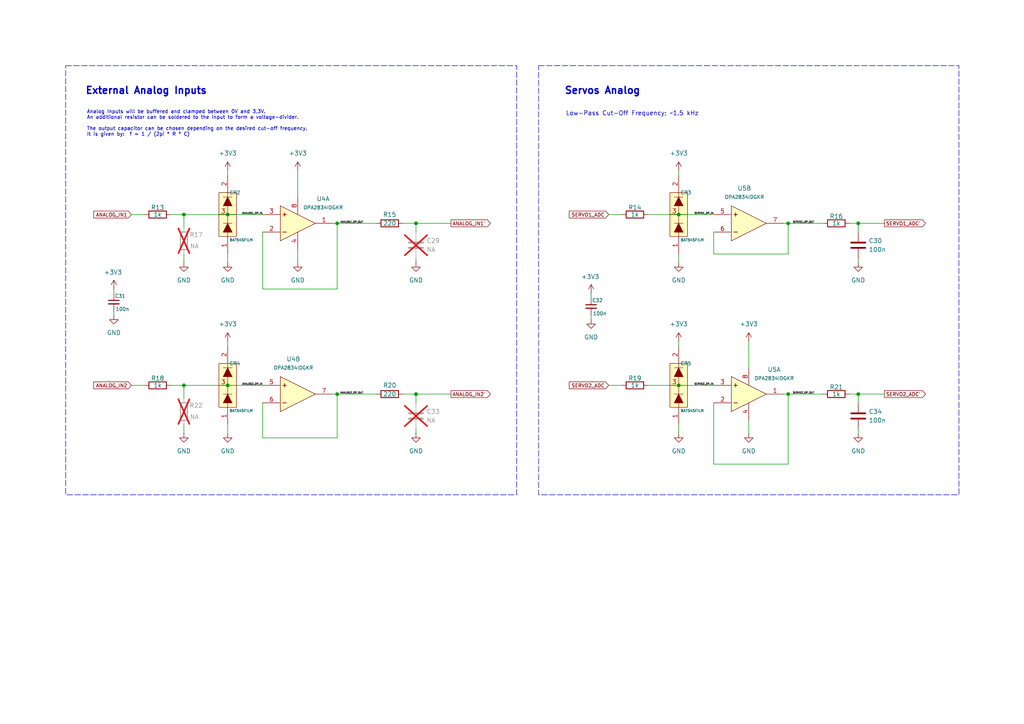
<source format=kicad_sch>
(kicad_sch (version 20250114) (generator "eeschema") (generator_version "9.0")
  (paper "A4")
  (title_block (title "LARS Hardware Interface") (date "2025-03-04") (rev "v1.0") (company "CAuDri e.V.") (comment 1 "Source: https://ohwr.org/cern_ohl_w_v2.txt") (comment 2 "A copy of the license is included in the LICENSE file.") (comment 3 "Redistribution and modifications must comply with CERN-OHL-W v2.") (comment 4 "This design is licensed under CERN Open Hardware Licence Version 2."))
  (lib_symbols
    (symbol "LARS_Hardware_Interface:BAT54SFILM" (pin_names (offset 0.254))
      (property "Reference" "CR" (at 14.732 1.524 0))
      (property "Value" "BAT54SFILM" (at 19.304 -12.192 0))
      (symbol "BAT54SFILM_0_1"
        (polyline (pts (xy 10.16 -5.08) (xy 15.24 -5.08)) (stroke (width 0.127)))
        (polyline (pts (xy 11.43 0) (xy 13.97 0)) (stroke (width 0.127)))
        (polyline (pts (xy 11.43 0) (xy 13.97 0) (xy 12.7 -2.54)) (fill (type outline)))
        (polyline (pts (xy 11.43 -2.54) (xy 13.97 -2.54)) (stroke (width 0.127)))
        (polyline (pts (xy 11.43 -7.62) (xy 12.7 -10.16)) (stroke (width 0.127)))
        (polyline (pts (xy 11.43 -7.62) (xy 13.97 -7.62)) (stroke (width 0.127)))
        (polyline (pts (xy 11.43 -7.62) (xy 13.97 -7.62) (xy 12.7 -10.16)) (fill (type outline)))
        (polyline (pts (xy 11.43 -10.16) (xy 13.97 -10.16)) (stroke (width 0.127)))
        (polyline (pts (xy 12.7 1.27) (xy 12.7 -11.43)) (stroke (width 0.127)))
        (polyline (pts (xy 12.7 -2.54) (xy 11.43 0)) (stroke (width 0.127)))
        (polyline (pts (xy 12.7 -2.54) (xy 13.97 0)) (stroke (width 0.127)))
        (polyline (pts (xy 12.7 -10.16) (xy 13.97 -7.62)) (stroke (width 0.127)))
      )
      (symbol "BAT54SFILM_1_1"
        (rectangle (start 10.16 1.27) (end 15.24 -11.43) (fill (type background)))
        (pin passive line (at 12.7 6.35 270) (length 5.08) (name "1") (number "1"))
        (pin passive line (at 12.7 -5.08 0) (length 2.54) (name "3") (number "3"))
        (pin passive line (at 12.7 -16.51 90) (length 5.08) (name "2") (number "2"))
      )
    )
    (symbol "LARS_Hardware_Interface:C" (pin_numbers (hide yes)) (pin_names (offset 0.254))
      (property "Reference" "C" (at 0.635 2.54 0))
      (property "Value" "C" (at 0.635 -2.54 0))
      (symbol "C_0_1"
        (polyline (pts (xy -2.032 0.762) (xy 2.032 0.762)) (stroke (width 0.508)))
        (polyline (pts (xy -2.032 -0.762) (xy 2.032 -0.762)) (stroke (width 0.508)))
      )
      (symbol "C_1_1"
        (pin passive line (at 0 3.81 270) (length 2.794) (name "~") (number "1"))
        (pin passive line (at 0 -3.81 90) (length 2.794) (name "~") (number "2"))
      )
    )
    (symbol "LARS_Hardware_Interface:C_Small" (pin_numbers (hide yes)) (pin_names (offset 0.254) (hide yes))
      (property "Reference" "C" (at 0.254 1.778 0))
      (property "Value" "C_Small" (at 0.254 -2.032 0))
      (symbol "C_Small_0_1"
        (polyline (pts (xy -1.524 0.508) (xy 1.524 0.508)) (stroke (width 0.3048)))
        (polyline (pts (xy -1.524 -0.508) (xy 1.524 -0.508)) (stroke (width 0.3302)))
      )
      (symbol "C_Small_1_1"
        (pin passive line (at 0 2.54 270) (length 2.032) (name "~") (number "1"))
        (pin passive line (at 0 -2.54 90) (length 2.032) (name "~") (number "2"))
      )
    )
    (symbol "LARS_Hardware_Interface:OPA2834IDGKR" (pin_names (offset 0.254))
      (property "Reference" "U" (at 5.08 4.826 0))
      (property "Value" "OPA2834IDGKR" (at 3.048 -9.652 0))
      (symbol "OPA2834IDGKR_1_1"
        (polyline (pts (xy 6.35 -0.508) (xy 6.35 0.508)) (stroke (width 0.2032)))
        (polyline (pts (xy 6.858 0) (xy 5.842 0)) (stroke (width 0.2032)))
        (polyline (pts (xy 6.858 -5.08) (xy 5.842 -5.08)) (stroke (width 0.2032)))
        (polyline (pts (xy 15.24 -2.54) (xy 5.08 -7.62) (xy 5.08 2.54) (xy 15.24 -2.54)) (fill (type background)))
        (pin input line (at 0 0 0) (length 5.08) (name "VIN1+") (number "3"))
        (pin input line (at 0 -5.08 0) (length 5.08) (name "VIN1-") (number "2"))
        (pin power_in line (at 10.16 5.08 270) (length 5.08) (name "VS+") (number "8"))
        (pin power_in line (at 10.16 -10.16 90) (length 5.08) (name "VS-") (number "4"))
        (pin output line (at 20.32 -2.54 180) (length 5.08) (name "VOUT1") (number "1"))
      )
      (symbol "OPA2834IDGKR_2_1"
        (polyline (pts (xy 6.35 -0.508) (xy 6.35 0.508)) (stroke (width 0.2032)))
        (polyline (pts (xy 6.858 0) (xy 5.842 0)) (stroke (width 0.2032)))
        (polyline (pts (xy 6.858 -5.08) (xy 5.842 -5.08)) (stroke (width 0.2032)))
        (polyline (pts (xy 15.24 -2.54) (xy 5.08 -7.62) (xy 5.08 2.54) (xy 15.24 -2.54)) (fill (type background)))
        (pin input line (at 0 0 0) (length 5.08) (name "VIN2+") (number "5"))
        (pin input line (at 0 -5.08 0) (length 5.08) (name "VIN2-") (number "6"))
        (pin output line (at 20.32 -2.54 180) (length 5.08) (name "VOUT2") (number "7"))
      )
    )
    (symbol "LARS_Hardware_Interface:R" (pin_numbers (hide yes)) (pin_names (offset 0))
      (property "Reference" "R" (at 2.032 0 90))
      (property "Value" "R" (at 0 0 90))
      (symbol "R_0_1"
        (rectangle (start -1.016 -2.54) (end 1.016 2.54) (stroke (width 0.254)))
      )
      (symbol "R_1_1"
        (pin passive line (at 0 3.81 270) (length 1.27) (name "~") (number "1"))
        (pin passive line (at 0 -3.81 90) (length 1.27) (name "~") (number "2"))
      )
    )
    (symbol "power:+3.3V" (power) (pin_numbers (hide yes)) (pin_names (offset 0) (hide yes))
      (property "Value" "+3.3V" (at 0 3.556 0))
      (symbol "+3.3V_0_1"
        (polyline (pts (xy -0.762 1.27) (xy 0 2.54)))
        (polyline (pts (xy 0 2.54) (xy 0.762 1.27)))
        (polyline (pts (xy 0 0) (xy 0 2.54)))
      )
      (symbol "+3.3V_1_1"
        (pin power_in line (at 0 0 90) (length 0) (name "~") (number "1"))
      )
    )
    (symbol "power:GND" (power) (pin_numbers (hide yes)) (pin_names (offset 0) (hide yes))
      (property "Value" "GND" (at 0 -3.81 0))
      (symbol "GND_0_1"
        (polyline (pts (xy 0 0) (xy 0 -1.27) (xy 1.27 -1.27) (xy 0 -2.54) (xy -1.27 -1.27) (xy 0 -1.27)))
      )
      (symbol "GND_1_1"
        (pin power_in line (at 0 0 270) (length 0) (name "~") (number "1"))
      )
    )
  )
  (rectangle (start 19.05 19.05) (end 149.86 143.51) (stroke (width 0) (type dash)))
  (rectangle (start 156.21 19.05) (end 278.13 143.51) (stroke (width 0) (type dash)))
  (text "Servos Analog\n" (at 174.752 26.416 0) (effects (font (size 2.032 2.032) (thickness 0.4064) (bold yes))))
  (text "Low-Pass Cut-Off Frequency; ~1.5 kHz" (at 183.388 33.02 0) (effects (font (size 1.27 1.27))))
  (text "External Analog Inputs\n" (at 42.418 26.416 0) (effects (font (size 2.032 2.032) (thickness 0.4064) (bold yes))))
  (text "Analog Inputs will be buffered and clamped between 0V and 3.3V.\nAn additional resistor can be soldered to the input to form a voltage-divider.\n\nThe output capacitor can be chosen depending on the desired cut-off frequency.\nIt is given by:  f = 1 / (2pi * R * C)\n" (at 25.146 35.814 0) (effects (font (size 1.016 1.016)) (justify left)))
  (junction (at 196.85 111.76))
  (junction (at 248.92 64.77))
  (junction (at 66.04 62.23))
  (junction (at 228.6 114.3))
  (junction (at 53.34 62.23))
  (junction (at 196.85 62.23))
  (junction (at 97.79 114.3))
  (junction (at 97.79 64.77))
  (junction (at 248.92 114.3))
  (junction (at 228.6 64.77))
  (junction (at 53.34 111.76))
  (junction (at 120.65 114.3))
  (junction (at 66.04 111.76))
  (junction (at 120.65 64.77))
  (wire (pts (xy 76.2 83.82) (xy 97.79 83.82)))
  (wire (pts (xy 217.17 125.73) (xy 217.17 121.92)))
  (wire (pts (xy 248.92 74.93) (xy 248.92 76.2)))
  (wire (pts (xy 228.6 64.77) (xy 228.6 73.66)))
  (wire (pts (xy 53.34 73.66) (xy 53.34 76.2)))
  (wire (pts (xy 196.85 99.06) (xy 196.85 100.33)))
  (wire (pts (xy 66.04 62.23) (xy 76.2 62.23)))
  (wire (pts (xy 228.6 64.77) (xy 238.76 64.77)))
  (wire (pts (xy 187.96 62.23) (xy 196.85 62.23)))
  (wire (pts (xy 207.01 134.62) (xy 228.6 134.62)))
  (wire (pts (xy 248.92 124.46) (xy 248.92 125.73)))
  (wire (pts (xy 49.53 62.23) (xy 53.34 62.23)))
  (wire (pts (xy 120.65 64.77) (xy 116.84 64.77)))
  (wire (pts (xy 176.53 62.23) (xy 180.34 62.23)))
  (wire (pts (xy 187.96 111.76) (xy 196.85 111.76)))
  (wire (pts (xy 196.85 62.23) (xy 207.01 62.23)))
  (wire (pts (xy 120.65 124.46) (xy 120.65 125.73)))
  (wire (pts (xy 66.04 49.53) (xy 66.04 50.8)))
  (wire (pts (xy 120.65 114.3) (xy 120.65 116.84)))
  (wire (pts (xy 171.45 85.09) (xy 171.45 86.36)))
  (wire (pts (xy 76.2 127) (xy 97.79 127)))
  (wire (pts (xy 248.92 114.3) (xy 248.92 116.84)))
  (wire (pts (xy 120.65 114.3) (xy 116.84 114.3)))
  (wire (pts (xy 66.04 111.76) (xy 76.2 111.76)))
  (wire (pts (xy 217.17 99.06) (xy 217.17 106.68)))
  (wire (pts (xy 207.01 73.66) (xy 228.6 73.66)))
  (wire (pts (xy 120.65 64.77) (xy 130.81 64.77)))
  (wire (pts (xy 76.2 67.31) (xy 76.2 83.82)))
  (wire (pts (xy 66.04 99.06) (xy 66.04 100.33)))
  (wire (pts (xy 97.79 64.77) (xy 109.22 64.77)))
  (wire (pts (xy 53.34 111.76) (xy 66.04 111.76)))
  (wire (pts (xy 76.2 116.84) (xy 76.2 127)))
  (wire (pts (xy 86.36 49.53) (xy 86.36 57.15)))
  (wire (pts (xy 120.65 114.3) (xy 130.81 114.3)))
  (wire (pts (xy 248.92 64.77) (xy 256.54 64.77)))
  (wire (pts (xy 53.34 111.76) (xy 53.34 115.57)))
  (wire (pts (xy 120.65 74.93) (xy 120.65 76.2)))
  (wire (pts (xy 176.53 111.76) (xy 180.34 111.76)))
  (wire (pts (xy 248.92 114.3) (xy 256.54 114.3)))
  (wire (pts (xy 248.92 64.77) (xy 246.38 64.77)))
  (wire (pts (xy 33.02 90.17) (xy 33.02 91.44)))
  (wire (pts (xy 38.1 62.23) (xy 41.91 62.23)))
  (wire (pts (xy 53.34 123.19) (xy 53.34 125.73)))
  (wire (pts (xy 207.01 67.31) (xy 207.01 73.66)))
  (wire (pts (xy 96.52 64.77) (xy 97.79 64.77)))
  (wire (pts (xy 228.6 114.3) (xy 228.6 134.62)))
  (wire (pts (xy 49.53 111.76) (xy 53.34 111.76)))
  (wire (pts (xy 66.04 73.66) (xy 66.04 76.2)))
  (wire (pts (xy 196.85 123.19) (xy 196.85 125.73)))
  (wire (pts (xy 248.92 64.77) (xy 248.92 67.31)))
  (wire (pts (xy 86.36 76.2) (xy 86.36 72.39)))
  (wire (pts (xy 196.85 73.66) (xy 196.85 76.2)))
  (wire (pts (xy 53.34 62.23) (xy 66.04 62.23)))
  (wire (pts (xy 228.6 114.3) (xy 238.76 114.3)))
  (wire (pts (xy 248.92 114.3) (xy 246.38 114.3)))
  (wire (pts (xy 171.45 91.44) (xy 171.45 92.71)))
  (wire (pts (xy 96.52 114.3) (xy 97.79 114.3)))
  (wire (pts (xy 227.33 64.77) (xy 228.6 64.77)))
  (wire (pts (xy 97.79 64.77) (xy 97.79 83.82)))
  (wire (pts (xy 228.6 114.3) (xy 227.33 114.3)))
  (wire (pts (xy 97.79 114.3) (xy 97.79 127)))
  (wire (pts (xy 33.02 83.82) (xy 33.02 85.09)))
  (wire (pts (xy 207.01 116.84) (xy 207.01 134.62)))
  (wire (pts (xy 66.04 123.19) (xy 66.04 125.73)))
  (wire (pts (xy 196.85 49.53) (xy 196.85 50.8)))
  (wire (pts (xy 97.79 114.3) (xy 109.22 114.3)))
  (wire (pts (xy 196.85 111.76) (xy 207.01 111.76)))
  (wire (pts (xy 38.1 111.76) (xy 41.91 111.76)))
  (wire (pts (xy 53.34 62.23) (xy 53.34 66.04)))
  (wire (pts (xy 120.65 64.77) (xy 120.65 67.31)))
  (label "SERVO1_OP_IN" (at 207.01 62.23 180) (effects (font (size 0.508 0.508))))
  (label "SERVO2_OP_IN" (at 207.01 111.76 180) (effects (font (size 0.508 0.508))))
  (label "ANALOG1_OP_OUT" (at 105.41 64.77 180) (effects (font (size 0.508 0.508))))
  (label "ANALOG1_OP_IN" (at 76.2 62.23 180) (effects (font (size 0.508 0.508))))
  (label "SERVO2_OP_OUT" (at 236.22 114.3 180) (effects (font (size 0.508 0.508))))
  (label "ANALOG2_OP_OUT" (at 105.41 114.3 180) (effects (font (size 0.508 0.508))))
  (label "SERVO1_OP_OUT" (at 236.22 64.77 180) (effects (font (size 0.508 0.508))))
  (label "ANALOG2_OP_IN" (at 76.2 111.76 180) (effects (font (size 0.508 0.508))))
  (global_label "ANALOG_IN2'" (shape output) (at 130.81 114.3 0) (effects (font (size 1.016 1.016))) (property "Intersheetrefs" "${INTERSHEET_REFS}" (effects (hide yes))))
  (global_label "ANALOG_IN1'" (shape output) (at 130.81 64.77 0) (effects (font (size 1.016 1.016))) (property "Intersheetrefs" "${INTERSHEET_REFS}" (effects (hide yes))))
  (global_label "SERVO1_ADC" (shape input) (at 176.53 62.23 180) (effects (font (size 1.016 1.016))) (property "Intersheetrefs" "${INTERSHEET_REFS}" (effects (hide yes))))
  (global_label "SERVO1_ADC'" (shape output) (at 256.54 64.77 0) (effects (font (size 1.016 1.016))) (property "Intersheetrefs" "${INTERSHEET_REFS}" (effects (hide yes))))
  (global_label "ANALOG_IN2" (shape input) (at 38.1 111.76 180) (effects (font (size 1.016 1.016))) (property "Intersheetrefs" "${INTERSHEET_REFS}" (effects (hide yes))))
  (global_label "SERVO2_ADC'" (shape output) (at 256.54 114.3 0) (effects (font (size 1.016 1.016))) (property "Intersheetrefs" "${INTERSHEET_REFS}" (effects (hide yes))))
  (global_label "ANALOG_IN1" (shape input) (at 38.1 62.23 180) (effects (font (size 1.016 1.016))) (property "Intersheetrefs" "${INTERSHEET_REFS}" (effects (hide yes))))
  (global_label "SERVO2_ADC" (shape input) (at 176.53 111.76 180) (effects (font (size 1.016 1.016))) (property "Intersheetrefs" "${INTERSHEET_REFS}" (effects (hide yes))))
  (symbol (lib_id "power:GND") (at 196.85 76.2 0) (unit 1)
    (property "Reference" "#PWR055" (effects (hide yes)))
    (property "Value" "GND" (at 196.85 81.28 0))
    (property "Description" "Power symbol creates a global label with name \"GND\" , ground" (effects (hide yes)))
  )
  (symbol (lib_id "LARS_Hardware_Interface:R") (at 45.72 62.23 90) (unit 1)
    (property "Reference" "R13" (at 45.72 60.198 90))
    (property "Value" "1k" (at 45.72 62.23 90))
    (property "Footprint" "LARS_Hardware_Interface:R_0805_2012Metric" (effects (hide yes)))
    (property "Description" "Resistor" (effects (hide yes)))
  )
  (symbol (lib_id "LARS_Hardware_Interface:OPA2834IDGKR") (at 207.01 62.23 0) (unit 2)
    (property "Reference" "U5" (at 215.9 54.61 0))
    (property "Value" "OPA2834IDGKR" (at 215.9 57.15 0) (effects (font (size 1.016 1.016))))
    (property "Footprint" "LARS_Hardware_Interface:OPA2834IDGKR" (effects (hide yes)))
    (property "Datasheet" "OPA2834IDGKR" (effects (hide yes)))
    (property "Description" "Operational Amplifier, Dual, Rail-to-Rail, 5V, 50MHz" (effects (hide yes)))
  )
  (symbol (lib_id "LARS_Hardware_Interface:R") (at 45.72 111.76 90) (unit 1)
    (property "Reference" "R18" (at 45.72 109.728 90))
    (property "Value" "1k" (at 45.72 111.76 90))
    (property "Footprint" "LARS_Hardware_Interface:R_0805_2012Metric" (effects (hide yes)))
    (property "Description" "Resistor" (effects (hide yes)))
  )
  (symbol (lib_id "LARS_Hardware_Interface:R") (at 184.15 62.23 90) (unit 1)
    (property "Reference" "R14" (at 184.15 60.198 90))
    (property "Value" "1k" (at 184.15 62.23 90))
    (property "Footprint" "LARS_Hardware_Interface:R_0805_2012Metric" (effects (hide yes)))
    (property "Description" "Resistor" (effects (hide yes)))
  )
  (symbol (lib_id "LARS_Hardware_Interface:R") (at 53.34 119.38 0) (unit 1) (dnp yes)
    (property "Reference" "R22" (at 56.896 117.602 0))
    (property "Value" "NA" (at 56.388 120.904 0))
    (property "Footprint" "LARS_Hardware_Interface:R_0805_2012Metric_Pad1.20x1.40mm_HandSolder" (effects (hide yes)))
    (property "Description" "Resistor" (effects (hide yes)))
  )
  (symbol (lib_id "LARS_Hardware_Interface:C_Small") (at 171.45 88.9 0) (unit 1)
    (property "Reference" "C32" (at 171.704 87.122 0) (effects (font (size 1.016 1.016)) (justify left)))
    (property "Value" "100n" (at 171.958 90.932 0) (effects (font (size 1.016 1.016)) (justify left)))
    (property "Footprint" "LARS_Hardware_Interface:C_0805_2012Metric" (effects (hide yes)))
    (property "Description" "Unpolarized capacitor, small symbol" (effects (hide yes)))
  )
  (symbol (lib_id "LARS_Hardware_Interface:R") (at 113.03 114.3 90) (unit 1)
    (property "Reference" "R20" (at 113.03 111.76 90))
    (property "Value" "220" (at 113.03 114.3 90))
    (property "Footprint" "LARS_Hardware_Interface:R_0805_2012Metric" (effects (hide yes)))
    (property "Description" "Resistor" (effects (hide yes)))
  )
  (symbol (lib_id "power:GND") (at 248.92 125.73 0) (unit 1)
    (property "Reference" "#PWR068" (effects (hide yes)))
    (property "Value" "GND" (at 248.92 130.81 0))
    (property "Description" "Power symbol creates a global label with name \"GND\" , ground" (effects (hide yes)))
  )
  (symbol (lib_id "power:+3.3V") (at 86.36 49.53 0) (unit 1)
    (property "Reference" "#PWR048" (effects (hide yes)))
    (property "Value" "+3V3" (at 86.36 44.45 0))
    (property "Description" "Power symbol creates a global label with name \"+3.3V\"" (effects (hide yes)))
  )
  (symbol (lib_id "power:GND") (at 196.85 125.73 0) (unit 1)
    (property "Reference" "#PWR067" (effects (hide yes)))
    (property "Value" "GND" (at 196.85 130.81 0))
    (property "Description" "Power symbol creates a global label with name \"GND\" , ground" (effects (hide yes)))
  )
  (symbol (lib_id "LARS_Hardware_Interface:R") (at 184.15 111.76 90) (unit 1)
    (property "Reference" "R19" (at 184.15 109.728 90))
    (property "Value" "1k" (at 184.15 111.76 90))
    (property "Footprint" "LARS_Hardware_Interface:R_0805_2012Metric" (effects (hide yes)))
    (property "Description" "Resistor" (effects (hide yes)))
  )
  (symbol (lib_id "power:+3.3V") (at 171.45 85.09 0) (unit 1)
    (property "Reference" "#PWR059" (effects (hide yes)))
    (property "Value" "+3V3" (at 171.196 80.264 0))
    (property "Description" "Power symbol creates a global label with name \"+3.3V\"" (effects (hide yes)))
  )
  (symbol (lib_id "power:GND") (at 53.34 125.73 0) (unit 1)
    (property "Reference" "#PWR064" (effects (hide yes)))
    (property "Value" "GND" (at 53.34 130.81 0))
    (property "Description" "Power symbol creates a global label with name \"GND\" , ground" (effects (hide yes)))
  )
  (symbol (lib_id "power:+3.3V") (at 66.04 99.06 0) (unit 1)
    (property "Reference" "#PWR062" (effects (hide yes)))
    (property "Value" "+3V3" (at 66.04 93.98 0))
    (property "Description" "Power symbol creates a global label with name \"+3.3V\"" (effects (hide yes)))
  )
  (symbol (lib_id "LARS_Hardware_Interface:OPA2834IDGKR") (at 76.2 62.23 0) (unit 1)
    (property "Reference" "U4" (at 93.726 57.658 0))
    (property "Value" "OPA2834IDGKR" (at 93.726 60.198 0) (effects (font (size 1.016 1.016))))
    (property "Footprint" "LARS_Hardware_Interface:OPA2834IDGKR" (effects (hide yes)))
    (property "Datasheet" "OPA2834IDGKR" (effects (hide yes)))
    (property "Description" "Operational Amplifier, Dual, Rail-to-Rail, 5V, 50MHz" (effects (hide yes)))
  )
  (symbol (lib_id "power:GND") (at 120.65 125.73 0) (unit 1)
    (property "Reference" "#PWR066" (effects (hide yes)))
    (property "Value" "GND" (at 120.65 130.81 0))
    (property "Description" "Power symbol creates a global label with name \"GND\" , ground" (effects (hide yes)))
  )
  (symbol (lib_id "LARS_Hardware_Interface:BAT54SFILM") (at 78.74 67.31 180) (unit 1)
    (property "Reference" "CR2" (at 66.548 55.88 0) (effects (font (size 1.016 1.016)) (justify right)))
    (property "Value" "BAT54SFILM" (at 66.548 69.596 0) (effects (font (size 0.762 0.762)) (justify right)))
    (property "Footprint" "LARS_Hardware_Interface:BAT54SFILM" (effects (hide yes)))
    (property "Datasheet" "BAT54SFILM" (effects (hide yes)))
    (property "Description" "Schottky Diode Array" (effects (hide yes)))
  )
  (symbol (lib_id "LARS_Hardware_Interface:R") (at 242.57 64.77 90) (unit 1)
    (property "Reference" "R16" (at 242.57 62.738 90))
    (property "Value" "1k" (at 242.57 64.77 90))
    (property "Footprint" "LARS_Hardware_Interface:R_0805_2012Metric" (effects (hide yes)))
    (property "Description" "Resistor" (effects (hide yes)))
  )
  (symbol (lib_id "power:+3.3V") (at 66.04 49.53 0) (unit 1)
    (property "Reference" "#PWR047" (effects (hide yes)))
    (property "Value" "+3V3" (at 66.04 44.45 0))
    (property "Description" "Power symbol creates a global label with name \"+3.3V\"" (effects (hide yes)))
  )
  (symbol (lib_id "LARS_Hardware_Interface:OPA2834IDGKR") (at 76.2 111.76 0) (unit 2)
    (property "Reference" "U4" (at 85.09 104.14 0))
    (property "Value" "OPA2834IDGKR" (at 85.09 106.68 0) (effects (font (size 1.016 1.016))))
    (property "Footprint" "LARS_Hardware_Interface:OPA2834IDGKR" (effects (hide yes)))
    (property "Datasheet" "OPA2834IDGKR" (effects (hide yes)))
    (property "Description" "Operational Amplifier, Dual, Rail-to-Rail, 5V, 50MHz" (effects (hide yes)))
  )
  (symbol (lib_id "power:GND") (at 171.45 92.71 0) (unit 1)
    (property "Reference" "#PWR061" (effects (hide yes)))
    (property "Value" "GND" (at 171.45 97.79 0))
    (property "Description" "Power symbol creates a global label with name \"GND\" , ground" (effects (hide yes)))
  )
  (symbol (lib_id "LARS_Hardware_Interface:C") (at 248.92 120.65 0) (unit 1)
    (property "Reference" "C34" (at 251.968 119.38 0) (effects (justify left)))
    (property "Value" "100n" (at 251.968 121.92 0) (effects (justify left)))
    (property "Footprint" "LARS_Hardware_Interface:C_0805_2012Metric" (effects (hide yes)))
    (property "Description" "Unpolarized capacitor" (effects (hide yes)))
  )
  (symbol (lib_id "LARS_Hardware_Interface:BAT54SFILM") (at 209.55 116.84 180) (unit 1)
    (property "Reference" "CR5" (at 197.358 105.41 0) (effects (font (size 1.016 1.016)) (justify right)))
    (property "Value" "BAT54SFILM" (at 197.358 119.126 0) (effects (font (size 0.762 0.762)) (justify right)))
    (property "Footprint" "LARS_Hardware_Interface:BAT54SFILM" (effects (hide yes)))
    (property "Datasheet" "BAT54SFILM" (effects (hide yes)))
    (property "Description" "Schottky Diode Array" (effects (hide yes)))
  )
  (symbol (lib_id "LARS_Hardware_Interface:C") (at 120.65 120.65 0) (unit 1) (dnp yes)
    (property "Reference" "C33" (at 123.698 119.38 0) (effects (justify left)))
    (property "Value" "NA" (at 123.698 121.92 0) (effects (justify left)))
    (property "Footprint" "LARS_Hardware_Interface:C_0805_2012Metric_Pad1.18x1.45mm_HandSolder" (effects (hide yes)))
    (property "Description" "Unpolarized capacitor" (effects (hide yes)))
  )
  (symbol (lib_id "LARS_Hardware_Interface:BAT54SFILM") (at 78.74 116.84 180) (unit 1)
    (property "Reference" "CR4" (at 66.548 105.41 0) (effects (font (size 1.016 1.016)) (justify right)))
    (property "Value" "BAT54SFILM" (at 66.548 119.126 0) (effects (font (size 0.762 0.762)) (justify right)))
    (property "Footprint" "LARS_Hardware_Interface:BAT54SFILM" (effects (hide yes)))
    (property "Datasheet" "BAT54SFILM" (effects (hide yes)))
    (property "Description" "Schottky Diode Array" (effects (hide yes)))
  )
  (symbol (lib_id "power:GND") (at 248.92 76.2 0) (unit 1)
    (property "Reference" "#PWR057" (effects (hide yes)))
    (property "Value" "GND" (at 248.92 81.28 0))
    (property "Description" "Power symbol creates a global label with name \"GND\" , ground" (effects (hide yes)))
  )
  (symbol (lib_id "LARS_Hardware_Interface:C") (at 120.65 71.12 0) (unit 1) (dnp yes)
    (property "Reference" "C29" (at 123.698 69.85 0) (effects (justify left)))
    (property "Value" "NA" (at 123.698 72.39 0) (effects (justify left)))
    (property "Footprint" "LARS_Hardware_Interface:C_0805_2012Metric_Pad1.18x1.45mm_HandSolder" (effects (hide yes)))
    (property "Description" "Unpolarized capacitor" (effects (hide yes)))
  )
  (symbol (lib_id "power:+3.3V") (at 217.17 99.06 0) (unit 1)
    (property "Reference" "#PWR050" (effects (hide yes)))
    (property "Value" "+3V3" (at 217.17 93.98 0))
    (property "Description" "Power symbol creates a global label with name \"+3.3V\"" (effects (hide yes)))
  )
  (symbol (lib_id "power:GND") (at 120.65 76.2 0) (unit 1)
    (property "Reference" "#PWR054" (effects (hide yes)))
    (property "Value" "GND" (at 120.65 81.28 0))
    (property "Description" "Power symbol creates a global label with name \"GND\" , ground" (effects (hide yes)))
  )
  (symbol (lib_id "LARS_Hardware_Interface:C") (at 248.92 71.12 0) (unit 1)
    (property "Reference" "C30" (at 251.968 69.85 0) (effects (justify left)))
    (property "Value" "100n" (at 251.968 72.39 0) (effects (justify left)))
    (property "Footprint" "LARS_Hardware_Interface:C_0805_2012Metric" (effects (hide yes)))
    (property "Description" "Unpolarized capacitor" (effects (hide yes)))
  )
  (symbol (lib_id "power:GND") (at 66.04 125.73 0) (unit 1)
    (property "Reference" "#PWR065" (effects (hide yes)))
    (property "Value" "GND" (at 66.04 130.81 0))
    (property "Description" "Power symbol creates a global label with name \"GND\" , ground" (effects (hide yes)))
  )
  (symbol (lib_id "power:+3.3V") (at 196.85 99.06 0) (unit 1)
    (property "Reference" "#PWR063" (effects (hide yes)))
    (property "Value" "+3V3" (at 196.85 93.98 0))
    (property "Description" "Power symbol creates a global label with name \"+3.3V\"" (effects (hide yes)))
  )
  (symbol (lib_id "LARS_Hardware_Interface:R") (at 242.57 114.3 90) (unit 1)
    (property "Reference" "R21" (at 242.57 112.268 90))
    (property "Value" "1k" (at 242.57 114.3 90))
    (property "Footprint" "LARS_Hardware_Interface:R_0805_2012Metric" (effects (hide yes)))
    (property "Description" "Resistor" (effects (hide yes)))
  )
  (symbol (lib_id "power:GND") (at 86.36 76.2 0) (unit 1)
    (property "Reference" "#PWR053" (effects (hide yes)))
    (property "Value" "GND" (at 86.36 81.28 0))
    (property "Description" "Power symbol creates a global label with name \"GND\" , ground" (effects (hide yes)))
  )
  (symbol (lib_id "LARS_Hardware_Interface:C_Small") (at 33.02 87.63 0) (unit 1)
    (property "Reference" "C31" (at 33.274 85.852 0) (effects (font (size 1.016 1.016)) (justify left)))
    (property "Value" "100n" (at 33.528 89.662 0) (effects (font (size 1.016 1.016)) (justify left)))
    (property "Footprint" "LARS_Hardware_Interface:C_0805_2012Metric" (effects (hide yes)))
    (property "Description" "Unpolarized capacitor, small symbol" (effects (hide yes)))
  )
  (symbol (lib_id "LARS_Hardware_Interface:R") (at 53.34 69.85 0) (unit 1) (dnp yes)
    (property "Reference" "R17" (at 56.896 68.072 0))
    (property "Value" "NA" (at 56.388 71.374 0))
    (property "Footprint" "LARS_Hardware_Interface:R_0805_2012Metric_Pad1.20x1.40mm_HandSolder" (effects (hide yes)))
    (property "Description" "Resistor" (effects (hide yes)))
  )
  (symbol (lib_id "power:GND") (at 217.17 125.73 0) (unit 1)
    (property "Reference" "#PWR056" (effects (hide yes)))
    (property "Value" "GND" (at 217.17 130.81 0))
    (property "Description" "Power symbol creates a global label with name \"GND\" , ground" (effects (hide yes)))
  )
  (symbol (lib_id "power:GND") (at 33.02 91.44 0) (unit 1)
    (property "Reference" "#PWR060" (effects (hide yes)))
    (property "Value" "GND" (at 33.02 96.52 0))
    (property "Description" "Power symbol creates a global label with name \"GND\" , ground" (effects (hide yes)))
  )
  (symbol (lib_id "LARS_Hardware_Interface:OPA2834IDGKR") (at 207.01 111.76 0) (unit 1)
    (property "Reference" "U5" (at 224.536 107.188 0))
    (property "Value" "OPA2834IDGKR" (at 224.536 109.728 0) (effects (font (size 1.016 1.016))))
    (property "Footprint" "LARS_Hardware_Interface:OPA2834IDGKR" (effects (hide yes)))
    (property "Datasheet" "OPA2834IDGKR" (effects (hide yes)))
    (property "Description" "Operational Amplifier, Dual, Rail-to-Rail, 5V, 50MHz" (effects (hide yes)))
  )
  (symbol (lib_id "power:+3.3V") (at 33.02 83.82 0) (unit 1)
    (property "Reference" "#PWR058" (effects (hide yes)))
    (property "Value" "+3V3" (at 32.766 78.994 0))
    (property "Description" "Power symbol creates a global label with name \"+3.3V\"" (effects (hide yes)))
  )
  (symbol (lib_id "LARS_Hardware_Interface:R") (at 113.03 64.77 90) (unit 1)
    (property "Reference" "R15" (at 113.03 62.23 90))
    (property "Value" "220" (at 113.03 64.77 90))
    (property "Footprint" "LARS_Hardware_Interface:R_0805_2012Metric" (effects (hide yes)))
    (property "Description" "Resistor" (effects (hide yes)))
  )
  (symbol (lib_id "power:+3.3V") (at 196.85 49.53 0) (unit 1)
    (property "Reference" "#PWR049" (effects (hide yes)))
    (property "Value" "+3V3" (at 196.85 44.45 0))
    (property "Description" "Power symbol creates a global label with name \"+3.3V\"" (effects (hide yes)))
  )
  (symbol (lib_id "power:GND") (at 53.34 76.2 0) (unit 1)
    (property "Reference" "#PWR051" (effects (hide yes)))
    (property "Value" "GND" (at 53.34 81.28 0))
    (property "Description" "Power symbol creates a global label with name \"GND\" , ground" (effects (hide yes)))
  )
  (symbol (lib_id "LARS_Hardware_Interface:BAT54SFILM") (at 209.55 67.31 180) (unit 1)
    (property "Reference" "CR3" (at 197.358 55.88 0) (effects (font (size 1.016 1.016)) (justify right)))
    (property "Value" "BAT54SFILM" (at 197.358 69.596 0) (effects (font (size 0.762 0.762)) (justify right)))
    (property "Footprint" "LARS_Hardware_Interface:BAT54SFILM" (effects (hide yes)))
    (property "Datasheet" "BAT54SFILM" (effects (hide yes)))
    (property "Description" "Schottky Diode Array" (effects (hide yes)))
  )
  (symbol (lib_id "power:GND") (at 66.04 76.2 0) (unit 1)
    (property "Reference" "#PWR052" (effects (hide yes)))
    (property "Value" "GND" (at 66.04 81.28 0))
    (property "Description" "Power symbol creates a global label with name \"GND\" , ground" (effects (hide yes)))
  )
)
</source>
